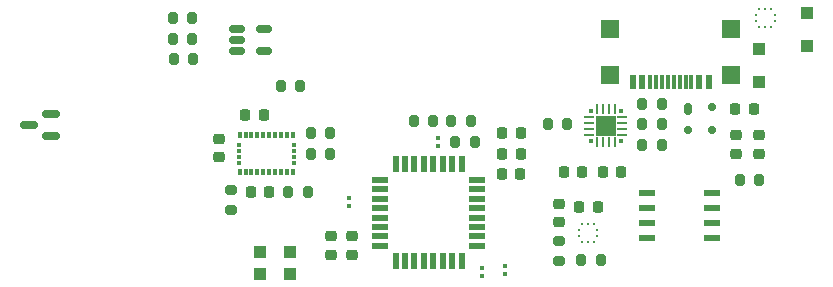
<source format=gbr>
%TF.GenerationSoftware,KiCad,Pcbnew,9.0.4*%
%TF.CreationDate,2026-02-27T16:14:11-07:00*%
%TF.ProjectId,Ashurs PCB,41736875-7273-4205-9043-422e6b696361,rev?*%
%TF.SameCoordinates,Original*%
%TF.FileFunction,Paste,Top*%
%TF.FilePolarity,Positive*%
%FSLAX46Y46*%
G04 Gerber Fmt 4.6, Leading zero omitted, Abs format (unit mm)*
G04 Created by KiCad (PCBNEW 9.0.4) date 2026-02-27 16:14:11*
%MOMM*%
%LPD*%
G01*
G04 APERTURE LIST*
G04 Aperture macros list*
%AMRoundRect*
0 Rectangle with rounded corners*
0 $1 Rounding radius*
0 $2 $3 $4 $5 $6 $7 $8 $9 X,Y pos of 4 corners*
0 Add a 4 corners polygon primitive as box body*
4,1,4,$2,$3,$4,$5,$6,$7,$8,$9,$2,$3,0*
0 Add four circle primitives for the rounded corners*
1,1,$1+$1,$2,$3*
1,1,$1+$1,$4,$5*
1,1,$1+$1,$6,$7*
1,1,$1+$1,$8,$9*
0 Add four rect primitives between the rounded corners*
20,1,$1+$1,$2,$3,$4,$5,0*
20,1,$1+$1,$4,$5,$6,$7,0*
20,1,$1+$1,$6,$7,$8,$9,0*
20,1,$1+$1,$8,$9,$2,$3,0*%
G04 Aperture macros list end*
%ADD10RoundRect,0.200000X-0.200000X-0.275000X0.200000X-0.275000X0.200000X0.275000X-0.200000X0.275000X0*%
%ADD11RoundRect,0.225000X-0.250000X0.225000X-0.250000X-0.225000X0.250000X-0.225000X0.250000X0.225000X0*%
%ADD12R,0.300000X0.525000*%
%ADD13R,0.425000X0.300000*%
%ADD14RoundRect,0.079500X-0.100500X0.079500X-0.100500X-0.079500X0.100500X-0.079500X0.100500X0.079500X0*%
%ADD15RoundRect,0.200000X-0.275000X0.200000X-0.275000X-0.200000X0.275000X-0.200000X0.275000X0.200000X0*%
%ADD16RoundRect,0.200000X0.200000X0.275000X-0.200000X0.275000X-0.200000X-0.275000X0.200000X-0.275000X0*%
%ADD17R,0.279400X0.254000*%
%ADD18R,0.254000X0.279400*%
%ADD19R,1.000000X1.050000*%
%ADD20RoundRect,0.225000X0.250000X-0.225000X0.250000X0.225000X-0.250000X0.225000X-0.250000X-0.225000X0*%
%ADD21RoundRect,0.225000X0.225000X0.250000X-0.225000X0.250000X-0.225000X-0.250000X0.225000X-0.250000X0*%
%ADD22R,0.508000X1.473200*%
%ADD23R,1.473200X0.508000*%
%ADD24RoundRect,0.150000X-0.512500X-0.150000X0.512500X-0.150000X0.512500X0.150000X-0.512500X0.150000X0*%
%ADD25RoundRect,0.225000X-0.225000X-0.250000X0.225000X-0.250000X0.225000X0.250000X-0.225000X0.250000X0*%
%ADD26RoundRect,0.200000X0.275000X-0.200000X0.275000X0.200000X-0.275000X0.200000X-0.275000X-0.200000X0*%
%ADD27RoundRect,0.218750X0.218750X0.256250X-0.218750X0.256250X-0.218750X-0.256250X0.218750X-0.256250X0*%
%ADD28RoundRect,0.175000X-0.175000X-0.325000X0.175000X-0.325000X0.175000X0.325000X-0.175000X0.325000X0*%
%ADD29RoundRect,0.150000X-0.200000X-0.150000X0.200000X-0.150000X0.200000X0.150000X-0.200000X0.150000X0*%
%ADD30RoundRect,0.150000X0.587500X0.150000X-0.587500X0.150000X-0.587500X-0.150000X0.587500X-0.150000X0*%
%ADD31R,0.355600X0.355600*%
%ADD32R,0.812800X0.254000*%
%ADD33R,0.254000X0.812800*%
%ADD34R,1.701800X1.701800*%
%ADD35RoundRect,0.250000X-0.300000X0.300000X-0.300000X-0.300000X0.300000X-0.300000X0.300000X0.300000X0*%
%ADD36R,0.600000X1.150000*%
%ADD37R,0.300000X1.150000*%
%ADD38R,1.500000X1.500000*%
%ADD39R,1.460500X0.558800*%
G04 APERTURE END LIST*
D10*
%TO.C,R18*%
X208350000Y-53750000D03*
X210000000Y-53750000D03*
%TD*%
D11*
%TO.C,C3*%
X208000000Y-49950000D03*
X208000000Y-51500000D03*
%TD*%
D12*
%TO.C,U1*%
X166000000Y-49937500D03*
D13*
X165937500Y-50750000D03*
X165937500Y-51250000D03*
X165937500Y-51750000D03*
X165937500Y-52250000D03*
D12*
X166000000Y-53062500D03*
X166500000Y-53062500D03*
X167000000Y-53062500D03*
X167500000Y-53062500D03*
X168000000Y-53062500D03*
X168500000Y-53062500D03*
X169000000Y-53062500D03*
X169500000Y-53062500D03*
X170000000Y-53062500D03*
X170500000Y-53062500D03*
D13*
X170562500Y-52250000D03*
X170562500Y-51750000D03*
X170562500Y-51250000D03*
X170562500Y-50750000D03*
D12*
X170500000Y-49937500D03*
X170000000Y-49937500D03*
X169500000Y-49937500D03*
X169000000Y-49937500D03*
X168500000Y-49937500D03*
X168000000Y-49937500D03*
X167500000Y-49937500D03*
X167000000Y-49937500D03*
X166500000Y-49937500D03*
%TD*%
D14*
%TO.C,C15*%
X186500000Y-61155000D03*
X186500000Y-61845000D03*
%TD*%
D15*
%TO.C,R17*%
X193000000Y-58925000D03*
X193000000Y-60575000D03*
%TD*%
D14*
%TO.C,D4*%
X182750000Y-50155000D03*
X182750000Y-50845000D03*
%TD*%
D10*
%TO.C,R11*%
X160425000Y-43500000D03*
X162075000Y-43500000D03*
%TD*%
D14*
%TO.C,JP2*%
X188503115Y-60972372D03*
X188503115Y-61662372D03*
%TD*%
D16*
%TO.C,R12*%
X162000000Y-41750000D03*
X160350000Y-41750000D03*
%TD*%
%TO.C,R8*%
X193750000Y-49000000D03*
X192100000Y-49000000D03*
%TD*%
D17*
%TO.C,U2*%
X209712600Y-39750000D03*
X209712600Y-40250000D03*
D18*
X210000001Y-40787400D03*
X210500000Y-40787400D03*
X210999999Y-40787400D03*
D17*
X211287400Y-40250000D03*
X211287400Y-39750000D03*
D18*
X210999999Y-39212600D03*
X210500000Y-39212600D03*
X210000001Y-39212600D03*
%TD*%
D16*
%TO.C,R14*%
X171750000Y-54750000D03*
X170100000Y-54750000D03*
%TD*%
D11*
%TO.C,C4*%
X210000000Y-49950000D03*
X210000000Y-51500000D03*
%TD*%
D16*
%TO.C,R10*%
X171150000Y-45750000D03*
X169500000Y-45750000D03*
%TD*%
D19*
%TO.C,Y2*%
X167700000Y-61675000D03*
X170300000Y-61675000D03*
X170300000Y-59825000D03*
X167700000Y-59825000D03*
%TD*%
D20*
%TO.C,C12*%
X175500000Y-60050000D03*
X175500000Y-58500000D03*
%TD*%
D21*
%TO.C,C7*%
X195000000Y-53026000D03*
X193450000Y-53026000D03*
%TD*%
D22*
%TO.C,U7*%
X179200001Y-60614800D03*
X179999999Y-60614800D03*
X180800000Y-60614800D03*
X181600001Y-60614800D03*
X182399999Y-60614800D03*
X183200000Y-60614800D03*
X183999999Y-60614800D03*
X184799999Y-60614800D03*
D23*
X186114800Y-59299999D03*
X186114800Y-58500001D03*
X186114800Y-57700000D03*
X186114800Y-56899999D03*
X186114800Y-56100001D03*
X186114800Y-55300000D03*
X186114800Y-54500001D03*
X186114800Y-53700001D03*
D22*
X184799999Y-52385200D03*
X184000001Y-52385200D03*
X183200000Y-52385200D03*
X182399999Y-52385200D03*
X181600001Y-52385200D03*
X180800000Y-52385200D03*
X180000001Y-52385200D03*
X179200001Y-52385200D03*
D23*
X177885200Y-53700001D03*
X177885200Y-54499999D03*
X177885200Y-55300000D03*
X177885200Y-56100001D03*
X177885200Y-56899999D03*
X177885200Y-57700000D03*
X177885200Y-58499999D03*
X177885200Y-59299999D03*
%TD*%
D24*
%TO.C,U6*%
X165792500Y-40915000D03*
X165792500Y-41865000D03*
X165792500Y-42815000D03*
X168067500Y-42815000D03*
X168067500Y-40915000D03*
%TD*%
D21*
%TO.C,C8*%
X198275000Y-53026000D03*
X196725000Y-53026000D03*
%TD*%
D16*
%TO.C,R6*%
X201750000Y-49000000D03*
X200100000Y-49000000D03*
%TD*%
D21*
%TO.C,C2*%
X168500000Y-54750000D03*
X166950000Y-54750000D03*
%TD*%
D14*
%TO.C,JP1*%
X175250000Y-55255000D03*
X175250000Y-55945000D03*
%TD*%
D11*
%TO.C,C1*%
X164250000Y-50225000D03*
X164250000Y-51775000D03*
%TD*%
%TO.C,C6*%
X193000000Y-55725000D03*
X193000000Y-57275000D03*
%TD*%
D25*
%TO.C,C11*%
X188250000Y-49750000D03*
X189800000Y-49750000D03*
%TD*%
D26*
%TO.C,R15*%
X165250000Y-56250000D03*
X165250000Y-54600000D03*
%TD*%
D27*
%TO.C,D1*%
X209537500Y-47750000D03*
X207962500Y-47750000D03*
%TD*%
D16*
%TO.C,R4*%
X185569911Y-48740620D03*
X183919911Y-48740620D03*
%TD*%
D10*
%TO.C,R16*%
X194925000Y-60500000D03*
X196575000Y-60500000D03*
%TD*%
D25*
%TO.C,C5*%
X194750000Y-56000000D03*
X196300000Y-56000000D03*
%TD*%
D16*
%TO.C,R2*%
X173650000Y-51500000D03*
X172000000Y-51500000D03*
%TD*%
%TO.C,R1*%
X173650000Y-49750000D03*
X172000000Y-49750000D03*
%TD*%
D28*
%TO.C,D3*%
X204000000Y-47750000D03*
D29*
X204000000Y-49450000D03*
X206000000Y-49450000D03*
X206000000Y-47550000D03*
%TD*%
D25*
%TO.C,C10*%
X188225000Y-53250000D03*
X189775000Y-53250000D03*
%TD*%
D30*
%TO.C,Q1*%
X150000000Y-50000000D03*
X150000000Y-48100000D03*
X148125000Y-49050000D03*
%TD*%
D10*
%TO.C,R13*%
X184250000Y-50500000D03*
X185900000Y-50500000D03*
%TD*%
%TO.C,R3*%
X180744690Y-48740620D03*
X182394690Y-48740620D03*
%TD*%
D25*
%TO.C,C14*%
X166475000Y-48250000D03*
X168025000Y-48250000D03*
%TD*%
D20*
%TO.C,C13*%
X173750000Y-60050000D03*
X173750000Y-58500000D03*
%TD*%
D25*
%TO.C,C9*%
X188250000Y-51500000D03*
X189800000Y-51500000D03*
%TD*%
D31*
%TO.C,U5*%
X198249811Y-50397061D03*
D32*
X198396811Y-49897189D03*
X198396811Y-49397063D03*
X198396811Y-48896937D03*
X198396811Y-48396811D03*
D31*
X198249811Y-47896939D03*
D33*
X197750000Y-47750000D03*
X197249874Y-47750000D03*
X196749748Y-47750000D03*
X196249622Y-47750000D03*
D31*
X195749811Y-47896939D03*
D32*
X195602811Y-48396811D03*
X195602811Y-48896937D03*
X195602811Y-49397063D03*
X195602811Y-49897189D03*
D31*
X195749811Y-50397061D03*
D33*
X196249622Y-50544000D03*
X196749748Y-50544000D03*
X197249874Y-50544000D03*
X197750000Y-50544000D03*
D34*
X196999811Y-49147000D03*
%TD*%
D16*
%TO.C,R9*%
X162000000Y-40000000D03*
X160350000Y-40000000D03*
%TD*%
D35*
%TO.C,D2*%
X210000000Y-42600000D03*
X210000000Y-45400000D03*
%TD*%
D17*
%TO.C,U4*%
X194712601Y-57962600D03*
X194712601Y-58462600D03*
D18*
X195000002Y-59000000D03*
X195500001Y-59000000D03*
X196000000Y-59000000D03*
D17*
X196287401Y-58462600D03*
X196287401Y-57962600D03*
D18*
X196000000Y-57425200D03*
X195500001Y-57425200D03*
X195000002Y-57425200D03*
%TD*%
D35*
%TO.C,D5*%
X214000000Y-39600000D03*
X214000000Y-42400000D03*
%TD*%
D10*
%TO.C,R5*%
X200100000Y-47250000D03*
X201750000Y-47250000D03*
%TD*%
%TO.C,R7*%
X200100000Y-50750000D03*
X201750000Y-50750000D03*
%TD*%
D36*
%TO.C,J2*%
X205700000Y-45408493D03*
X204900000Y-45408493D03*
D37*
X203750000Y-45408493D03*
X202750000Y-45408493D03*
X202250000Y-45408493D03*
X201250000Y-45408493D03*
D36*
X199300000Y-45408493D03*
X200100000Y-45408493D03*
D37*
X200750000Y-45408493D03*
X201750000Y-45408493D03*
X203250000Y-45408493D03*
X204250000Y-45408493D03*
D38*
X207620000Y-44833493D03*
X197380000Y-44833493D03*
X207620000Y-40903493D03*
X197380000Y-40903493D03*
%TD*%
D39*
%TO.C,U3*%
X200525850Y-54845000D03*
X200525850Y-56115000D03*
X200525850Y-57385000D03*
X200525850Y-58655000D03*
X205974150Y-58655000D03*
X205974150Y-57385000D03*
X205974150Y-56115000D03*
X205974150Y-54845000D03*
%TD*%
M02*

</source>
